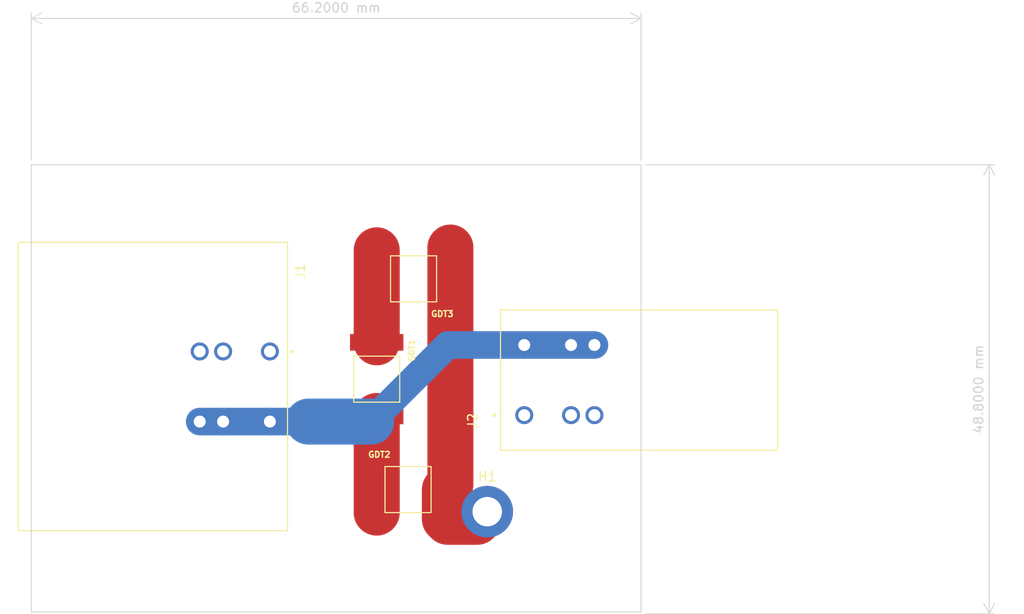
<source format=kicad_pcb>
(kicad_pcb (version 20211014) (generator pcbnew)
  (layers (0 "F.Cu" signal) (31 "B.Cu" signal) (34 "B.Paste" user) (35 "F.Paste" user) (36 "B.SilkS" user "B.Silkscreen") (37 "F.SilkS" user "F.Silkscreen") (38 "B.Mask" user) (39 "F.Mask" user) (44 "Edge.Cuts" user))
  (net 0 "")
  (net 1 "Net-(GDT1-Pad1)")
  (net 2 "Net-(GDT1-Pad2)")
  (net 3 "Earth")
  (footprint "1708381:PHOENIX_1708381" (layer "F.Cu") (at 182.6375 84.92 90)
    (fp_text reference "J2" (at 3.175 -33.135 90) (layer "F.SilkS"))
    (fp_text value "1708381")
    (fp_line (start 15.24 0) (end 15.24 -30.1) (layer "F.SilkS") (width 0.127))
    (fp_line (start 0 0) (end 15.24 0) (layer "F.SilkS") (width 0.127))
    (fp_line (start 15.24 -30.1) (end 0 -30.1) (layer "F.SilkS") (width 0.127))
    (fp_line (start 0 -30.1) (end 0 0) (layer "F.SilkS") (width 0.127))
    (fp_circle (center 3.81 -30.75) (end 3.91 -30.75) (layer "F.SilkS") (width 0.2) (fill none))
    (pad "1_1" thru_hole circle locked (at 3.81 -27.52 90) (size 1.95 1.95) (drill 1.3) (layers *.Cu *.Mask) (net 1 "Net-(GDT1-Pad1)"))
    (pad "1_2" thru_hole circle locked (at 3.81 -22.44 90) (size 1.95 1.95) (drill 1.3) (layers *.Cu *.Mask) (net 1 "Net-(GDT1-Pad1)"))
    (pad "1_3" thru_hole circle locked (at 3.81 -19.9 90) (size 1.95 1.95) (drill 1.3) (layers *.Cu *.Mask) (net 1 "Net-(GDT1-Pad1)"))
    (pad "2_1" thru_hole circle locked (at 11.43 -27.52 90) (size 1.95 1.95) (drill 1.3) (layers *.Cu *.Mask) (net 2 "Net-(GDT1-Pad2)"))
    (pad "2_2" thru_hole circle locked (at 11.43 -22.44 90) (size 1.95 1.95) (drill 1.3) (layers *.Cu *.Mask) (net 2 "Net-(GDT1-Pad2)"))
    (pad "2_3" thru_hole circle locked (at 11.43 -19.9 90) (size 1.95 1.95) (drill 1.3) (layers *.Cu *.Mask) (net 2 "Net-(GDT1-Pad2)"))
  )
  (footprint "MountingHole:MountingHole_3.2mm_M3_DIN965_Pad" (layer "F.Cu") (at 151.1 91.6)
    (fp_text reference "H1" (at 0 -3.8) (layer "F.SilkS"))
    (fp_text value "MountingHole_Pad")
    (pad "1" thru_hole circle (at 0 0) (size 5.6 5.6) (drill 3.2) (layers *.Cu *.Mask) (net 3 "Earth"))
  )
  (footprint "B88069X4760T902:MOV_B88069X4760T902" (layer "F.Cu") (at 142.5 89.2)
    (fp_text reference "GDT2" (at -3.118 -3.8064) (layer "F.SilkS") (effects (font (size 0.64 0.64))))
    (fp_text value "B88069X4760T902")
    (fp_line (start -2.5 -2.5) (end -2.5 2.5) (layer "F.SilkS") (width 0.127))
    (fp_line (start -2.5 -2.5) (end 2.5 -2.5) (layer "F.SilkS") (width 0.127))
    (fp_line (start 2.5 -2.5) (end 2.5 2.5) (layer "F.SilkS") (width 0.127))
    (fp_line (start -2.5 2.5) (end 2.5 2.5) (layer "F.SilkS") (width 0.127))
    (pad "1" smd rect locked (at -4 0) (size 1.8 5.8) (layers "F.Cu" "F.Paste" "F.Mask") (net 2 "Net-(GDT1-Pad2)"))
    (pad "2" smd rect locked (at 4 0) (size 1.8 5.8) (layers "F.Cu" "F.Paste" "F.Mask") (net 3 "Earth"))
  )
  (footprint "B88069X4760T902:MOV_B88069X4760T902" (layer "F.Cu") (at 139.1 77.2 -90)
    (fp_text reference "GDT1" (at -3.118 -3.8064 90) (layer "F.SilkS") (effects (font (size 0.64 0.64))))
    (fp_text value "B88069X4760T902")
    (fp_line (start -2.5 -2.5) (end 2.5 -2.5) (layer "F.SilkS") (width 0.127))
    (fp_line (start -2.5 2.5) (end 2.5 2.5) (layer "F.SilkS") (width 0.127))
    (fp_line (start -2.5 -2.5) (end -2.5 2.5) (layer "F.SilkS") (width 0.127))
    (fp_line (start 2.5 -2.5) (end 2.5 2.5) (layer "F.SilkS") (width 0.127))
    (pad "1" smd rect locked (at -4 0 270) (size 1.8 5.8) (layers "F.Cu" "F.Paste" "F.Mask") (net 1 "Net-(GDT1-Pad1)"))
    (pad "2" smd rect locked (at 4 0 270) (size 1.8 5.8) (layers "F.Cu" "F.Paste" "F.Mask") (net 2 "Net-(GDT1-Pad2)"))
  )
  (footprint "1720796:PHOENIX_1720796" (layer "F.Cu") (at 100.1625 62.33 -90)
    (fp_text reference "J1" (at 3.175 -30.635 90) (layer "F.SilkS"))
    (fp_text value "1720796")
    (fp_line (start 0 0) (end 31.34 0) (layer "F.SilkS") (width 0.127))
    (fp_line (start 31.34 0) (end 31.34 -29.25) (layer "F.SilkS") (width 0.127))
    (fp_line (start 0 -29.25) (end 0 0) (layer "F.SilkS") (width 0.127))
    (fp_line (start 31.34 -29.25) (end 0 -29.25) (layer "F.SilkS") (width 0.127))
    (fp_circle (center 11.86 -29.75) (end 11.96 -29.75) (layer "F.SilkS") (width 0.2) (fill none))
    (pad "" np_thru_hole circle locked (at 27.54 -17 270) (size 3.2 3.2) (drill 3.2) (layers *.Cu *.Mask))
    (pad "" np_thru_hole circle locked (at 3.8 -17 270) (size 3.2 3.2) (drill 3.2) (layers *.Cu *.Mask))
    (pad "1_1" thru_hole circle locked (at 11.86 -27.34 270) (size 1.95 1.95) (drill 1.3) (layers *.Cu *.Mask) (net 1 "Net-(GDT1-Pad1)"))
    (pad "1_2" thru_hole circle locked (at 11.86 -22.26 270) (size 1.95 1.95) (drill 1.3) (layers *.Cu *.Mask) (net 1 "Net-(GDT1-Pad1)"))
    (pad "1_3" thru_hole circle locked (at 11.86 -19.72 270) (size 1.95 1.95) (drill 1.3) (layers *.Cu *.Mask) (net 1 "Net-(GDT1-Pad1)"))
    (pad "2_1" thru_hole circle locked (at 19.48 -27.34 270) (size 1.95 1.95) (drill 1.3) (layers *.Cu *.Mask) (net 2 "Net-(GDT1-Pad2)"))
    (pad "2_2" thru_hole circle locked (at 19.48 -22.26 270) (size 1.95 1.95) (drill 1.3) (layers *.Cu *.Mask) (net 2 "Net-(GDT1-Pad2)"))
    (pad "2_3" thru_hole circle locked (at 19.48 -19.72 270) (size 1.95 1.95) (drill 1.3) (layers *.Cu *.Mask) (net 2 "Net-(GDT1-Pad2)"))
  )
  (footprint "B88069X4760T902:MOV_B88069X4760T902" (layer "F.Cu") (at 143.1 66.3 180)
    (fp_text reference "GDT3" (at -3.118 -3.8064) (layer "F.SilkS") (effects (font (size 0.64 0.64))))
    (fp_text value "B88069X4760T902")
    (fp_line (start 2.5 -2.5) (end 2.5 2.5) (layer "F.SilkS") (width 0.127))
    (fp_line (start -2.5 2.5) (end 2.5 2.5) (layer "F.SilkS") (width 0.127))
    (fp_line (start -2.5 -2.5) (end -2.5 2.5) (layer "F.SilkS") (width 0.127))
    (fp_line (start -2.5 -2.5) (end 2.5 -2.5) (layer "F.SilkS") (width 0.127))
    (pad "1" smd rect locked (at -4 0 180) (size 1.8 5.8) (layers "F.Cu" "F.Paste" "F.Mask") (net 3 "Earth"))
    (pad "2" smd rect locked (at 4 0 180) (size 1.8 5.8) (layers "F.Cu" "F.Paste" "F.Mask") (net 1 "Net-(GDT1-Pad1)"))
  )
  (gr_rect (start 101.6 53.9) (end 167.8 102.5) (layer "Edge.Cuts") (width 0.1) (fill none))
  (dimension (type aligned) (layer "Edge.Cuts") (pts (xy 167.8 53.9) (xy 167.8 102.7)) (height -37.8) (gr_text "48.8000 mm" (at 204.45 78.3 90) (layer "Edge.Cuts") (effects (font (size 1 1) (thickness 0.15)))) (format (units 3) (units_format 1) (precision 4)) (style (thickness 0.1) (arrow_length 1.27) (text_position_mode 0) (extension_height 0.58642) (extension_offset 0.5) keep_text_aligned))
  (dimension (type aligned) (layer "Edge.Cuts") (pts (xy 101.6 53.9) (xy 167.8 53.9)) (height -15.9) (gr_text "66.2000 mm" (at 134.7 36.85) (layer "Edge.Cuts") (effects (font (size 1 1) (thickness 0.15)))) (format (units 3) (units_format 1) (precision 4)) (style (thickness 0.1) (arrow_length 1.27) (text_position_mode 0) (extension_height 0.58642) (extension_offset 0.5) keep_text_aligned))
  (segment (start 139.1 63.2) (end 139.1 73.2) (width 5) (layer "F.Cu") (net 1))
  (segment (start 139.1 89.8) (end 138.5 89.2) (width 3) (layer "F.Cu") (net 2))
  (segment (start 139.1 91.7) (end 139.1 89.8) (width 3) (layer "F.Cu") (net 2))
  (segment (start 139.1 81.2) (end 139.1 91.7) (width 5) (layer "F.Cu") (net 2))
  (segment (start 127.5025 81.81) (end 122.4225 81.81) (width 3) (layer "B.Cu") (net 2))
  (segment (start 131.69 81.81) (end 138.49 81.81) (width 5) (layer "B.Cu") (net 2))
  (segment (start 155.1175 73.49) (end 162.7375 73.49) (width 3) (layer "B.Cu") (net 2))
  (segment (start 127.5025 81.81) (end 131.69 81.81) (width 3) (layer "B.Cu") (net 2))
  (segment (start 146.81 73.49) (end 155.1175 73.49) (width 3) (layer "B.Cu") (net 2))
  (segment (start 119.8825 81.81) (end 122.4225 81.81) (width 3) (layer "B.Cu") (net 2))
  (segment (start 138.49 81.81) (end 146.81 73.49) (width 3) (layer "B.Cu") (net 2))
  (segment (start 146.5 92.4) (end 146.5 89.2) (width 5) (layer "F.Cu") (net 3))
  (segment (start 147.1 62.9) (end 147.1 88.6) (width 5) (layer "F.Cu") (net 3))
  (segment (start 150 92.7) (end 146.8 92.7) (width 5) (layer "F.Cu") (net 3))
  (segment (start 147.1 88.6) (end 146.5 89.2) (width 3) (layer "F.Cu") (net 3))
  (segment (start 151.1 91.6) (end 150 92.7) (width 3) (layer "F.Cu") (net 3))
  (segment (start 146.8 92.7) (end 146.5 92.4) (width 3) (layer "F.Cu") (net 3))
  (segment (start 151.1 91.6) (end 148.9 91.6) (width 3) (layer "F.Cu") (net 3))
)
</source>
